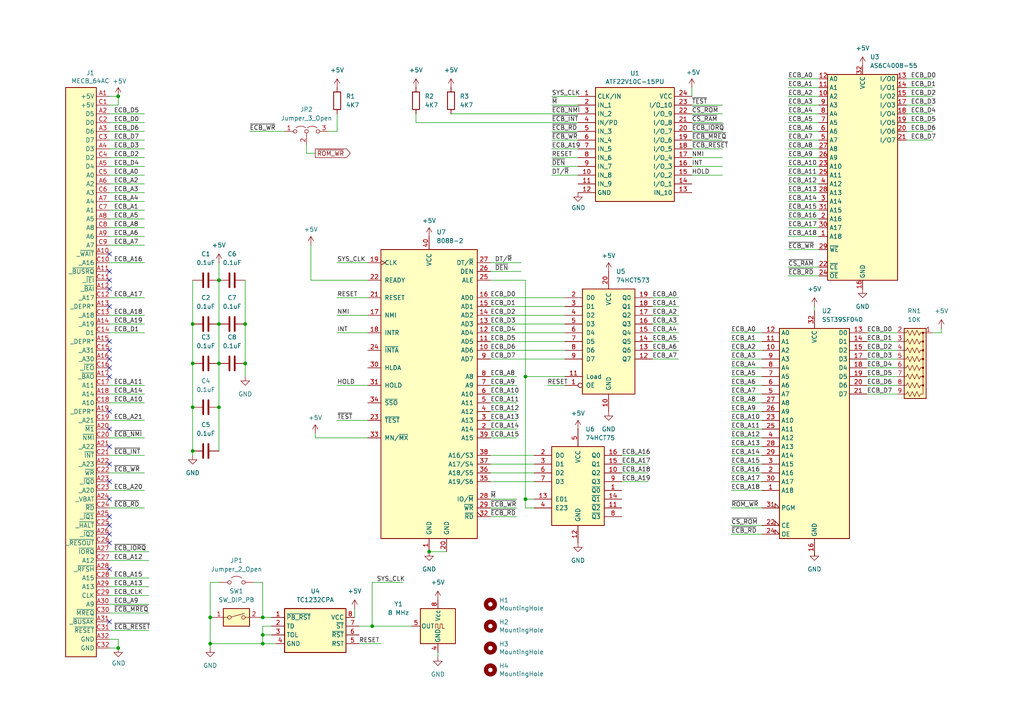
<source format=kicad_sch>
(kicad_sch (version 20250114) (generator "eeschema") (generator_version "9.0")
  (paper "A4")
  (title_block (title "Minimalist Europe Card Bus (MECB) 8088 Board") (date "2025-05") (rev "1.0") (comment 1 "For Minimalist Europe Card Bus (MECB). "))
  (junction (at 124.46 160.02))
  (junction (at 55.88 130.81))
  (junction (at 71.12 105.41))
  (junction (at 63.5 105.41))
  (junction (at 60.96 179.07))
  (junction (at 63.5 93.98))
  (junction (at 152.4 109.22))
  (junction (at 34.29 187.96))
  (junction (at 76.2 186.69))
  (junction (at 76.2 179.07))
  (junction (at 107.95 181.61))
  (junction (at 55.88 105.41))
  (junction (at 63.5 118.11))
  (junction (at 55.88 93.98))
  (junction (at 60.96 186.69))
  (junction (at 71.12 93.98))
  (junction (at 55.88 118.11))
  (junction (at 63.5 81.28))
  (junction (at 76.2 184.15))
  (junction (at 152.4 144.78))
  (junction (at 34.29 27.94))
  (no_connect (at 31.75 78.74))
  (no_connect (at 31.75 88.9))
  (no_connect (at 31.75 165.1))
  (no_connect (at 31.75 180.34))
  (no_connect (at 31.75 73.66))
  (no_connect (at 31.75 139.7))
  (no_connect (at 31.75 124.46))
  (no_connect (at 31.75 83.82))
  (no_connect (at 31.75 134.62))
  (no_connect (at 31.75 152.4))
  (no_connect (at 31.75 109.22))
  (no_connect (at 31.75 101.6))
  (no_connect (at 31.75 154.94))
  (no_connect (at 31.75 149.86))
  (no_connect (at 31.75 104.14))
  (no_connect (at 31.75 157.48))
  (no_connect (at 31.75 129.54))
  (no_connect (at 31.75 106.68))
  (no_connect (at 31.75 119.38))
  (no_connect (at 31.75 144.78))
  (no_connect (at 31.75 99.06))
  (no_connect (at 31.75 81.28))
  (wire (pts (xy 200.66 30.48) (xy 209.55 30.48)))
  (wire (pts (xy 142.24 76.2) (xy 151.13 76.2)))
  (wire (pts (xy 55.88 93.98) (xy 55.88 105.41)))
  (wire (pts (xy 273.05 95.25) (xy 273.05 96.52)))
  (wire (pts (xy 262.89 38.1) (xy 270.51 38.1)))
  (wire (pts (xy 152.4 109.22) (xy 163.83 109.22)))
  (wire (pts (xy 31.75 40.64) (xy 41.91 40.64)))
  (wire (pts (xy 142.24 137.16) (xy 154.94 137.16)))
  (wire (pts (xy 152.4 144.78) (xy 152.4 147.32)))
  (wire (pts (xy 106.68 127) (xy 91.44 127)))
  (wire (pts (xy 91.44 127) (xy 91.44 125.73)))
  (wire (pts (xy 31.75 177.8) (xy 43.18 177.8)))
  (wire (pts (xy 120.65 35.56) (xy 167.64 35.56)))
  (wire (pts (xy 228.6 60.96) (xy 237.49 60.96)))
  (wire (pts (xy 142.24 144.78) (xy 149.86 144.78)))
  (wire (pts (xy 31.75 63.5) (xy 41.91 63.5)))
  (wire (pts (xy 31.75 142.24) (xy 41.91 142.24)))
  (wire (pts (xy 142.24 99.06) (xy 163.83 99.06)))
  (wire (pts (xy 212.09 127) (xy 220.98 127)))
  (wire (pts (xy 189.23 99.06) (xy 196.85 99.06)))
  (wire (pts (xy 124.46 160.02) (xy 129.54 160.02)))
  (wire (pts (xy 31.75 71.12) (xy 41.91 71.12)))
  (wire (pts (xy 71.12 105.41) (xy 71.12 109.22)))
  (wire (pts (xy 78.74 184.15) (xy 76.2 184.15)))
  (wire (pts (xy 31.75 185.42) (xy 34.29 185.42)))
  (wire (pts (xy 262.89 22.86) (xy 270.51 22.86)))
  (wire (pts (xy 120.65 33.02) (xy 120.65 35.56)))
  (wire (pts (xy 180.34 134.62) (xy 187.96 134.62)))
  (wire (pts (xy 31.75 116.84) (xy 41.91 116.84)))
  (wire (pts (xy 251.46 106.68) (xy 260.35 106.68)))
  (wire (pts (xy 212.09 137.16) (xy 220.98 137.16)))
  (wire (pts (xy 31.75 53.34) (xy 41.91 53.34)))
  (wire (pts (xy 200.66 50.8) (xy 209.55 50.8)))
  (wire (pts (xy 31.75 45.72) (xy 41.91 45.72)))
  (wire (pts (xy 104.14 186.69) (xy 110.49 186.69)))
  (wire (pts (xy 63.5 76.2) (xy 63.5 81.28)))
  (wire (pts (xy 228.6 35.56) (xy 237.49 35.56)))
  (wire (pts (xy 142.24 96.52) (xy 163.83 96.52)))
  (wire (pts (xy 228.6 68.58) (xy 237.49 68.58)))
  (wire (pts (xy 31.75 182.88) (xy 43.18 182.88)))
  (wire (pts (xy 31.75 38.1) (xy 41.91 38.1)))
  (wire (pts (xy 31.75 48.26) (xy 41.91 48.26)))
  (wire (pts (xy 228.6 50.8) (xy 237.49 50.8)))
  (wire (pts (xy 142.24 139.7) (xy 154.94 139.7)))
  (wire (pts (xy 31.75 50.8) (xy 41.91 50.8)))
  (wire (pts (xy 31.75 76.2) (xy 41.91 76.2)))
  (wire (pts (xy 209.55 43.18) (xy 200.66 43.18)))
  (wire (pts (xy 88.9 44.45) (xy 91.44 44.45)))
  (wire (pts (xy 71.12 81.28) (xy 71.12 93.98)))
  (wire (pts (xy 212.09 129.54) (xy 220.98 129.54)))
  (wire (pts (xy 262.89 27.94) (xy 270.51 27.94)))
  (wire (pts (xy 228.6 27.94) (xy 237.49 27.94)))
  (wire (pts (xy 31.75 132.08) (xy 41.91 132.08)))
  (wire (pts (xy 31.75 93.98) (xy 41.91 93.98)))
  (wire (pts (xy 142.24 149.86) (xy 149.86 149.86)))
  (wire (pts (xy 142.24 93.98) (xy 163.83 93.98)))
  (wire (pts (xy 107.95 168.91) (xy 116.84 168.91)))
  (wire (pts (xy 212.09 101.6) (xy 220.98 101.6)))
  (wire (pts (xy 31.75 33.02) (xy 41.91 33.02)))
  (wire (pts (xy 31.75 43.18) (xy 41.91 43.18)))
  (wire (pts (xy 97.79 96.52) (xy 106.68 96.52)))
  (wire (pts (xy 31.75 60.96) (xy 41.91 60.96)))
  (wire (pts (xy 31.75 58.42) (xy 41.91 58.42)))
  (wire (pts (xy 262.89 33.02) (xy 270.51 33.02)))
  (wire (pts (xy 97.79 91.44) (xy 106.68 91.44)))
  (wire (pts (xy 76.2 186.69) (xy 80.01 186.69)))
  (wire (pts (xy 160.02 45.72) (xy 167.64 45.72)))
  (wire (pts (xy 228.6 38.1) (xy 237.49 38.1)))
  (wire (pts (xy 63.5 118.11) (xy 63.5 130.81)))
  (wire (pts (xy 73.66 168.91) (xy 76.2 168.91)))
  (wire (pts (xy 200.66 25.4) (xy 200.66 27.94)))
  (wire (pts (xy 251.46 96.52) (xy 260.35 96.52)))
  (wire (pts (xy 31.75 86.36) (xy 41.91 86.36)))
  (wire (pts (xy 142.24 111.76) (xy 149.86 111.76)))
  (wire (pts (xy 31.75 91.44) (xy 41.91 91.44)))
  (wire (pts (xy 228.6 53.34) (xy 237.49 53.34)))
  (wire (pts (xy 142.24 91.44) (xy 163.83 91.44)))
  (wire (pts (xy 152.4 109.22) (xy 152.4 144.78)))
  (wire (pts (xy 76.2 184.15) (xy 76.2 186.69)))
  (wire (pts (xy 31.75 55.88) (xy 41.91 55.88)))
  (wire (pts (xy 95.25 38.1) (xy 97.79 38.1)))
  (wire (pts (xy 142.24 121.92) (xy 149.86 121.92)))
  (wire (pts (xy 31.75 111.76) (xy 41.91 111.76)))
  (wire (pts (xy 142.24 124.46) (xy 149.86 124.46)))
  (wire (pts (xy 76.2 168.91) (xy 76.2 179.07)))
  (wire (pts (xy 31.75 172.72) (xy 43.18 172.72)))
  (wire (pts (xy 31.75 114.3) (xy 41.91 114.3)))
  (wire (pts (xy 228.6 33.02) (xy 237.49 33.02)))
  (wire (pts (xy 228.6 30.48) (xy 237.49 30.48)))
  (wire (pts (xy 127 189.23) (xy 127 190.5)))
  (wire (pts (xy 88.9 41.91) (xy 88.9 44.45)))
  (wire (pts (xy 152.4 81.28) (xy 152.4 109.22)))
  (wire (pts (xy 31.75 68.58) (xy 41.91 68.58)))
  (wire (pts (xy 97.79 86.36) (xy 106.68 86.36)))
  (wire (pts (xy 212.09 134.62) (xy 220.98 134.62)))
  (wire (pts (xy 228.6 48.26) (xy 237.49 48.26)))
  (wire (pts (xy 189.23 86.36) (xy 196.85 86.36)))
  (wire (pts (xy 251.46 101.6) (xy 260.35 101.6)))
  (wire (pts (xy 212.09 121.92) (xy 220.98 121.92)))
  (wire (pts (xy 31.75 137.16) (xy 41.91 137.16)))
  (wire (pts (xy 212.09 142.24) (xy 220.98 142.24)))
  (wire (pts (xy 60.96 186.69) (xy 60.96 187.96)))
  (wire (pts (xy 212.09 124.46) (xy 220.98 124.46)))
  (wire (pts (xy 180.34 137.16) (xy 187.96 137.16)))
  (wire (pts (xy 142.24 88.9) (xy 163.83 88.9)))
  (wire (pts (xy 228.6 63.5) (xy 237.49 63.5)))
  (wire (pts (xy 212.09 116.84) (xy 220.98 116.84)))
  (wire (pts (xy 142.24 78.74) (xy 151.13 78.74)))
  (wire (pts (xy 262.89 40.64) (xy 270.51 40.64)))
  (wire (pts (xy 102.87 176.53) (xy 102.87 179.07)))
  (wire (pts (xy 31.75 35.56) (xy 41.91 35.56)))
  (wire (pts (xy 200.66 45.72) (xy 209.55 45.72)))
  (wire (pts (xy 160.02 27.94) (xy 167.64 27.94)))
  (wire (pts (xy 180.34 132.08) (xy 187.96 132.08)))
  (wire (pts (xy 200.66 38.1) (xy 209.55 38.1)))
  (wire (pts (xy 55.88 105.41) (xy 55.88 118.11)))
  (wire (pts (xy 200.66 40.64) (xy 209.55 40.64)))
  (wire (pts (xy 76.2 181.61) (xy 76.2 184.15)))
  (wire (pts (xy 31.75 167.64) (xy 43.18 167.64)))
  (wire (pts (xy 55.88 118.11) (xy 55.88 130.81)))
  (wire (pts (xy 212.09 106.68) (xy 220.98 106.68)))
  (wire (pts (xy 31.75 96.52) (xy 41.91 96.52)))
  (wire (pts (xy 142.24 109.22) (xy 149.86 109.22)))
  (wire (pts (xy 180.34 139.7) (xy 187.96 139.7)))
  (wire (pts (xy 228.6 66.04) (xy 237.49 66.04)))
  (wire (pts (xy 142.24 127) (xy 149.86 127)))
  (wire (pts (xy 130.81 33.02) (xy 167.64 33.02)))
  (wire (pts (xy 90.17 81.28) (xy 90.17 71.12)))
  (wire (pts (xy 228.6 22.86) (xy 237.49 22.86)))
  (wire (pts (xy 76.2 179.07) (xy 78.74 179.07)))
  (wire (pts (xy 31.75 147.32) (xy 41.91 147.32)))
  (wire (pts (xy 107.95 181.61) (xy 119.38 181.61)))
  (wire (pts (xy 107.95 168.91) (xy 107.95 181.61)))
  (wire (pts (xy 160.02 40.64) (xy 167.64 40.64)))
  (wire (pts (xy 60.96 186.69) (xy 76.2 186.69)))
  (wire (pts (xy 34.29 30.48) (xy 34.29 27.94)))
  (wire (pts (xy 31.75 30.48) (xy 34.29 30.48)))
  (wire (pts (xy 72.39 38.1) (xy 82.55 38.1)))
  (wire (pts (xy 142.24 119.38) (xy 149.86 119.38)))
  (wire (pts (xy 97.79 121.92) (xy 106.68 121.92)))
  (wire (pts (xy 97.79 111.76) (xy 106.68 111.76)))
  (wire (pts (xy 200.66 33.02) (xy 209.55 33.02)))
  (wire (pts (xy 228.6 80.01) (xy 237.49 80.01)))
  (wire (pts (xy 160.02 30.48) (xy 167.64 30.48)))
  (wire (pts (xy 212.09 109.22) (xy 220.98 109.22)))
  (wire (pts (xy 228.6 72.39) (xy 237.49 72.39)))
  (wire (pts (xy 262.89 25.4) (xy 270.51 25.4)))
  (wire (pts (xy 228.6 25.4) (xy 237.49 25.4)))
  (wire (pts (xy 251.46 104.14) (xy 260.35 104.14)))
  (wire (pts (xy 31.75 127) (xy 41.91 127)))
  (wire (pts (xy 212.09 119.38) (xy 220.98 119.38)))
  (wire (pts (xy 228.6 45.72) (xy 237.49 45.72)))
  (wire (pts (xy 34.29 185.42) (xy 34.29 187.96)))
  (wire (pts (xy 160.02 38.1) (xy 167.64 38.1)))
  (wire (pts (xy 63.5 93.98) (xy 63.5 105.41)))
  (wire (pts (xy 63.5 105.41) (xy 63.5 118.11)))
  (wire (pts (xy 212.09 152.4) (xy 220.98 152.4)))
  (wire (pts (xy 142.24 86.36) (xy 163.83 86.36)))
  (wire (pts (xy 212.09 99.06) (xy 220.98 99.06)))
  (wire (pts (xy 228.6 55.88) (xy 237.49 55.88)))
  (wire (pts (xy 142.24 134.62) (xy 154.94 134.62)))
  (wire (pts (xy 228.6 40.64) (xy 237.49 40.64)))
  (wire (pts (xy 142.24 81.28) (xy 152.4 81.28)))
  (wire (pts (xy 31.75 170.18) (xy 43.18 170.18)))
  (wire (pts (xy 200.66 35.56) (xy 209.55 35.56)))
  (wire (pts (xy 63.5 81.28) (xy 63.5 93.98)))
  (wire (pts (xy 158.75 111.76) (xy 163.83 111.76)))
  (wire (pts (xy 212.09 139.7) (xy 220.98 139.7)))
  (wire (pts (xy 104.14 181.61) (xy 107.95 181.61)))
  (wire (pts (xy 189.23 104.14) (xy 196.85 104.14)))
  (wire (pts (xy 236.22 90.17) (xy 236.22 88.9)))
  (wire (pts (xy 160.02 50.8) (xy 167.64 50.8)))
  (wire (pts (xy 273.05 96.52) (xy 270.51 96.52)))
  (wire (pts (xy 97.79 33.02) (xy 97.79 38.1)))
  (wire (pts (xy 31.75 187.96) (xy 34.29 187.96)))
  (wire (pts (xy 189.23 93.98) (xy 196.85 93.98)))
  (wire (pts (xy 251.46 109.22) (xy 260.35 109.22)))
  (wire (pts (xy 142.24 147.32) (xy 149.86 147.32)))
  (wire (pts (xy 212.09 96.52) (xy 220.98 96.52)))
  (wire (pts (xy 212.09 154.94) (xy 220.98 154.94)))
  (wire (pts (xy 31.75 162.56) (xy 43.18 162.56)))
  (wire (pts (xy 236.22 160.02) (xy 236.22 161.29)))
  (wire (pts (xy 60.96 179.07) (xy 60.96 186.69)))
  (wire (pts (xy 212.09 111.76) (xy 220.98 111.76)))
  (wire (pts (xy 189.23 88.9) (xy 196.85 88.9)))
  (wire (pts (xy 228.6 77.47) (xy 237.49 77.47)))
  (wire (pts (xy 78.74 181.61) (xy 76.2 181.61)))
  (wire (pts (xy 212.09 147.32) (xy 220.98 147.32)))
  (wire (pts (xy 189.23 101.6) (xy 196.85 101.6)))
  (wire (pts (xy 160.02 43.18) (xy 167.64 43.18)))
  (wire (pts (xy 212.09 114.3) (xy 220.98 114.3)))
  (wire (pts (xy 152.4 144.78) (xy 154.94 144.78)))
  (wire (pts (xy 212.09 132.08) (xy 220.98 132.08)))
  (wire (pts (xy 189.23 96.52) (xy 196.85 96.52)))
  (wire (pts (xy 142.24 132.08) (xy 154.94 132.08)))
  (wire (pts (xy 63.5 168.91) (xy 60.96 168.91)))
  (wire (pts (xy 71.12 93.98) (xy 71.12 105.41)))
  (wire (pts (xy 262.89 30.48) (xy 270.51 30.48)))
  (wire (pts (xy 142.24 114.3) (xy 149.86 114.3)))
  (wire (pts (xy 31.75 121.92) (xy 41.91 121.92)))
  (wire (pts (xy 212.09 104.14) (xy 220.98 104.14)))
  (wire (pts (xy 31.75 160.02) (xy 43.18 160.02)))
  (wire (pts (xy 106.68 81.28) (xy 90.17 81.28)))
  (wire (pts (xy 97.79 76.2) (xy 106.68 76.2)))
  (wire (pts (xy 31.75 175.26) (xy 43.18 175.26)))
  (wire (pts (xy 251.46 114.3) (xy 260.35 114.3)))
  (wire (pts (xy 189.23 91.44) (xy 196.85 91.44)))
  (wire (pts (xy 251.46 111.76) (xy 260.35 111.76)))
  (wire (pts (xy 152.4 147.32) (xy 154.94 147.32)))
  (wire (pts (xy 55.88 81.28) (xy 55.88 93.98)))
  (wire (pts (xy 142.24 104.14) (xy 163.83 104.14)))
  (wire (pts (xy 251.46 99.06) (xy 260.35 99.06)))
  (wire (pts (xy 31.75 66.04) (xy 41.91 66.04)))
  (wire (pts (xy 228.6 58.42) (xy 237.49 58.42)))
  (wire (pts (xy 142.24 101.6) (xy 163.83 101.6)))
  (wire (pts (xy 60.96 168.91) (xy 60.96 179.07)))
  (wire (pts (xy 142.24 116.84) (xy 149.86 116.84)))
  (wire (pts (xy 55.88 130.81) (xy 55.88 132.08)))
  (wire (pts (xy 200.66 48.26) (xy 209.55 48.26)))
  (wire (pts (xy 228.6 43.18) (xy 237.49 43.18)))
  (wire (pts (xy 160.02 48.26) (xy 167.64 48.26)))
  (wire (pts (xy 31.75 27.94) (xy 34.29 27.94)))
  (wire (pts (xy 262.89 35.56) (xy 270.51 35.56)))
  (label "~{ECB_INT}" (at 33.02 132.08 0))
  (label "ECB_A6" (at 212.09 111.76 0))
  (label "ECB_A11" (at 228.6 50.8 0))
  (label "ECB_D3" (at 251.46 104.14 0))
  (label "~{ECB_IORQ}" (at 200.66 38.1 0))
  (label "DT{slash}~{R}" (at 143.51 76.2 0))
  (label "ECB_A4" (at 228.6 33.02 0))
  (label "ECB_D5" (at 264.16 35.56 0))
  (label "ECB_A2" (at 189.23 91.44 0))
  (label "ECB_A15" (at 33.02 167.64 0))
  (label "ECB_D5" (at 142.24 99.06 0))
  (label "ECB_A3" (at 212.09 104.14 0))
  (label "ECB_D1" (at 251.46 99.06 0))
  (label "~{ECB_WR}" (at 72.39 38.1 0))
  (label "ECB_D1" (at 142.24 88.9 0))
  (label "ECB_D6" (at 264.16 38.1 0))
  (label "ECB_A9" (at 228.6 45.72 0))
  (label "ECB_A16" (at 212.09 137.16 0))
  (label "SYS_CLK" (at 109.22 168.91 0))
  (label "ECB_A18" (at 33.02 91.44 0))
  (label "ECB_D4" (at 142.24 96.52 0))
  (label "ECB_A3" (at 228.6 30.48 0))
  (label "ECB_D0" (at 264.16 22.86 0))
  (label "ECB_D5" (at 251.46 109.22 0))
  (label "~{CS_ROM}" (at 212.09 152.4 0))
  (label "ECB_A9" (at 142.24 111.76 0))
  (label "ECB_A11" (at 212.09 124.46 0))
  (label "~{DEN}" (at 143.51 78.74 0))
  (label "ECB_A6" (at 189.23 101.6 0))
  (label "ECB_A5" (at 212.09 109.22 0))
  (label "ECB_D0" (at 142.24 86.36 0))
  (label "~{ECB_RD}" (at 142.24 149.86 0))
  (label "ECB_D7" (at 264.16 40.64 0))
  (label "RESET" (at 104.14 186.69 0))
  (label "ECB_D3" (at 33.02 43.18 0))
  (label "ECB_A14" (at 228.6 58.42 0))
  (label "ECB_A12" (at 33.02 162.56 0))
  (label "~{ECB_WR}" (at 228.6 72.39 0))
  (label "ECB_A4" (at 212.09 106.68 0))
  (label "ECB_D3" (at 264.16 30.48 0))
  (label "ECB_A0" (at 189.23 86.36 0))
  (label "ECB_A16" (at 180.34 132.08 0))
  (label "~{ECB_WR}" (at 142.24 147.32 0))
  (label "ECB_A10" (at 142.24 114.3 0))
  (label "ECB_A1" (at 189.23 88.9 0))
  (label "ECB_A7" (at 212.09 114.3 0))
  (label "HOLD" (at 97.79 111.76 0))
  (label "ECB_A1" (at 212.09 99.06 0))
  (label "ECB_A15" (at 228.6 60.96 0))
  (label "ECB_A2" (at 212.09 101.6 0))
  (label "ECB_D0" (at 33.02 35.56 0))
  (label "ECB_A18" (at 212.09 142.24 0))
  (label "ECB_A1" (at 228.6 25.4 0))
  (label "~{ROM_WR}" (at 212.09 147.32 0))
  (label "ECB_CLK" (at 33.02 172.72 0))
  (label "ECB_A0" (at 33.02 50.8 0))
  (label "ECB_A9" (at 212.09 119.38 0))
  (label "ECB_A11" (at 142.24 116.84 0))
  (label "ECB_A7" (at 228.6 40.64 0))
  (label "ECB_A13" (at 142.24 121.92 0))
  (label "ECB_A12" (at 142.24 119.38 0))
  (label "ECB_D7" (at 33.02 40.64 0))
  (label "~{ECB_WR}" (at 33.02 137.16 0))
  (label "ECB_A17" (at 33.02 86.36 0))
  (label "~{ECB_IORQ}" (at 33.02 160.02 0))
  (label "ECB_D6" (at 33.02 38.1 0))
  (label "ECB_A18" (at 180.34 137.16 0))
  (label "NMI" (at 200.66 45.72 0))
  (label "INT" (at 97.79 96.52 0))
  (label "ECB_A6" (at 33.02 68.58 0))
  (label "ECB_D5" (at 33.02 33.02 0))
  (label "~{ECB_RESET}" (at 33.02 182.88 0))
  (label "ECB_A17" (at 228.6 66.04 0))
  (label "~{ECB_INT}" (at 160.02 35.56 0))
  (label "ECB_A0" (at 212.09 96.52 0))
  (label "ECB_D0" (at 251.46 96.52 0))
  (label "ECB_A14" (at 212.09 132.08 0))
  (label "ECB_D7" (at 142.24 104.14 0))
  (label "~{DEN}" (at 160.02 48.26 0))
  (label "ECB_A11" (at 33.02 111.76 0))
  (label "ECB_D4" (at 251.46 106.68 0))
  (label "SYS_CLK" (at 160.02 27.94 0))
  (label "ECB_A10" (at 228.6 48.26 0))
  (label "ECB_A19" (at 160.02 43.18 0))
  (label "ECB_A4" (at 33.02 58.42 0))
  (label "ECB_A17" (at 212.09 139.7 0))
  (label "ECB_D3" (at 142.24 93.98 0))
  (label "RESET" (at 160.02 45.72 0))
  (label "ECB_A17" (at 180.34 134.62 0))
  (label "ECB_A2" (at 228.6 27.94 0))
  (label "~{CS_ROM}" (at 200.66 33.02 0))
  (label "ECB_A3" (at 33.02 55.88 0))
  (label "ECB_A2" (at 33.02 53.34 0))
  (label "ECB_A10" (at 33.02 116.84 0))
  (label "ECB_A18" (at 228.6 68.58 0))
  (label "ECB_A20" (at 33.02 142.24 0))
  (label "RESET" (at 158.75 111.76 0))
  (label "ECB_A13" (at 228.6 55.88 0))
  (label "~{ECB_RD}" (at 160.02 38.1 0))
  (label "ECB_A5" (at 33.02 63.5 0))
  (label "ECB_A5" (at 228.6 35.56 0))
  (label "~{TEST}" (at 200.66 30.48 0))
  (label "ECB_A16" (at 33.02 76.2 0))
  (label "ECB_A16" (at 228.6 63.5 0))
  (label "~{TEST}" (at 97.79 121.92 0))
  (label "ECB_D2" (at 264.16 27.94 0))
  (label "~{ECB_RD}" (at 228.6 80.01 0))
  (label "ECB_A8" (at 142.24 109.22 0))
  (label "~{M}" (at 142.24 144.78 0))
  (label "ECB_D4" (at 33.02 48.26 0))
  (label "ECB_A19" (at 180.34 139.7 0))
  (label "ECB_A6" (at 228.6 38.1 0))
  (label "INT" (at 200.66 48.26 0))
  (label "~{ECB_RD}" (at 33.02 147.32 0))
  (label "ECB_A8" (at 33.02 66.04 0))
  (label "ECB_A15" (at 142.24 127 0))
  (label "ECB_A8" (at 212.09 116.84 0))
  (label "ECB_A10" (at 212.09 121.92 0))
  (label "ECB_D1" (at 33.02 96.52 0))
  (label "ECB_D1" (at 264.16 25.4 0))
  (label "ECB_A12" (at 228.6 53.34 0))
  (label "ECB_A8" (at 228.6 43.18 0))
  (label "SYS_CLK" (at 97.79 76.2 0))
  (label "ECB_A9" (at 33.02 175.26 0))
  (label "ECB_D4" (at 264.16 33.02 0))
  (label "~{ECB_NMI}" (at 33.02 127 0))
  (label "ECB_A13" (at 33.02 170.18 0))
  (label "~{ECB_RESET}" (at 200.66 43.18 0))
  (label "~{ECB_WR}" (at 160.02 40.64 0))
  (label "ECB_A7" (at 33.02 71.12 0))
  (label "ECB_D2" (at 33.02 45.72 0))
  (label "ECB_A15" (at 212.09 134.62 0))
  (label "ECB_A4" (at 189.23 96.52 0))
  (label "ECB_A5" (at 189.23 99.06 0))
  (label "ECB_A12" (at 212.09 127 0))
  (label "NMI" (at 97.79 91.44 0))
  (label "ECB_D6" (at 251.46 111.76 0))
  (label "ECB_A19" (at 33.02 93.98 0))
  (label "ECB_A0" (at 228.6 22.86 0))
  (label "~{M}" (at 160.02 30.48 0))
  (label "~{ECB_RD}" (at 212.09 154.94 0))
  (label "ECB_D6" (at 142.24 101.6 0))
  (label "ECB_A14" (at 142.24 124.46 0))
  (label "ECB_A7" (at 189.23 104.14 0))
  (label "ECB_A3" (at 189.23 93.98 0))
  (label "ECB_D2" (at 251.46 101.6 0))
  (label "ECB_D2" (at 142.24 91.44 0))
  (label "HOLD" (at 200.66 50.8 0))
  (label "DT{slash}~{R}" (at 160.02 50.8 0))
  (label "ECB_D7" (at 251.46 114.3 0))
  (label "~{ECB_MREQ}" (at 200.66 40.64 0))
  (label "~{ECB_NMI}" (at 160.02 33.02 0))
  (label "ECB_A14" (at 33.02 114.3 0))
  (label "~{CS_RAM}" (at 228.6 77.47 0))
  (label "ECB_A21" (at 33.02 121.92 0))
  (label "ECB_A13" (at 212.09 129.54 0))
  (label "~{CS_RAM}" (at 200.66 35.56 0))
  (label "ECB_A1" (at 33.02 60.96 0))
  (label "RESET" (at 97.79 86.36 0))
  (label "~{ECB_MREQ}" (at 33.02 177.8 0))
  (global_label "~{ROM_WR}" (shape output) (at 91.44 44.45 0) (property "Intersheetrefs" "${INTERSHEET_REFS}" (effects (hide yes))))
  (symbol (lib_id "Mechanical:MountingHole") (at 142.24 187.96 0) (unit 1)
    (property "Reference" "H3" (at 144.78 186.7916 0) (effects (justify left)))
    (property "Value" "MountingHole" (at 144.78 189.103 0) (effects (justify left)))
    (property "Footprint" "MountingHole:MountingHole_3.2mm_M3" (effects (hide yes)))
  )
  (symbol (lib_id "Mechanical:MountingHole") (at 142.24 194.31 0) (unit 1)
    (property "Reference" "H4" (at 144.78 193.1416 0) (effects (justify left)))
    (property "Value" "MountingHole" (at 144.78 195.453 0) (effects (justify left)))
    (property "Footprint" "MountingHole:MountingHole_3.2mm_M3" (effects (hide yes)))
  )
  (symbol (lib_id "Mechanical:MountingHole") (at 142.24 175.26 0) (unit 1)
    (property "Reference" "H1" (at 144.78 174.0916 0) (effects (justify left)))
    (property "Value" "MountingHole" (at 144.78 176.403 0) (effects (justify left)))
    (property "Footprint" "MountingHole:MountingHole_3.2mm_M3" (effects (hide yes)))
  )
  (symbol (lib_id "Mechanical:MountingHole") (at 142.24 181.61 0) (unit 1)
    (property "Reference" "H2" (at 144.78 180.4416 0) (effects (justify left)))
    (property "Value" "MountingHole" (at 144.78 182.753 0) (effects (justify left)))
    (property "Footprint" "MountingHole:MountingHole_3.2mm_M3" (effects (hide yes)))
  )
  (symbol (lib_id "power:GND") (at 236.22 160.02 0) (unit 1)
    (property "Reference" "#PWR013" (effects (hide yes)))
    (property "Value" "GND" (at 236.22 165.1 0))
    (property "Description" "Power symbol creates a global label with name \"GND\" , ground" (effects (hide yes)))
  )
  (symbol (lib_id "Jumper:Jumper_2_Open") (at 68.58 168.91 0) (unit 1)
    (property "Reference" "JP1" (at 68.58 162.56 0))
    (property "Value" "Jumper_2_Open" (at 68.58 165.1 0))
    (property "Footprint" "Connector_PinHeader_2.54mm:PinHeader_1x02_P2.54mm_Vertical" (effects (hide yes)))
    (property "Description" "Jumper, 2-pole, open" (effects (hide yes)))
  )
  (symbol (lib_id "Device:R") (at 130.81 29.21 0) (unit 1)
    (property "Reference" "R3" (at 133.35 27.9399 0) (effects (justify left)))
    (property "Value" "4K7" (at 133.35 30.4799 0) (effects (justify left)))
    (property "Footprint" "Resistor_THT:R_Axial_DIN0309_L9.0mm_D3.2mm_P12.70mm_Horizontal" (effects (hide yes)))
    (property "Description" "Resistor" (effects (hide yes)))
  )
  (symbol (lib_id "Device:C") (at 59.69 93.98 90) (unit 1)
    (property "Reference" "C2" (at 59.69 86.36 90))
    (property "Value" "0.1uF" (at 59.69 88.9 90))
    (property "Footprint" "Capacitor_THT:C_Disc_D5.0mm_W2.5mm_P5.00mm" (effects (hide yes)))
    (property "Description" "Unpolarized capacitor" (effects (hide yes)))
  )
  (symbol (lib_id "power:GND") (at 124.46 160.02 0) (unit 1)
    (property "Reference" "#PWR014" (effects (hide yes)))
    (property "Value" "GND" (at 124.46 165.1 0))
    (property "Description" "Power symbol creates a global label with name \"GND\" , ground" (effects (hide yes)))
  )
  (symbol (lib_name "+5V_1") (lib_id "power:+5V") (at 130.81 25.4 0) (unit 1)
    (property "Reference" "#PWR026" (effects (hide yes)))
    (property "Value" "+5V" (at 130.81 20.32 0))
    (property "Description" "Power symbol creates a global label with name \"+5V\"" (effects (hide yes)))
  )
  (symbol (lib_id "Device:C") (at 67.31 105.41 90) (unit 1)
    (property "Reference" "C8" (at 67.31 97.79 90))
    (property "Value" "0.1uF" (at 67.31 100.33 90))
    (property "Footprint" "Capacitor_THT:C_Disc_D5.0mm_W2.5mm_P5.00mm" (effects (hide yes)))
    (property "Description" "Unpolarized capacitor" (effects (hide yes)))
  )
  (symbol (lib_id "Device:R") (at 120.65 29.21 0) (unit 1)
    (property "Reference" "R2" (at 123.19 27.9399 0) (effects (justify left)))
    (property "Value" "4K7" (at 123.19 30.4799 0) (effects (justify left)))
    (property "Footprint" "Resistor_THT:R_Axial_DIN0309_L9.0mm_D3.2mm_P12.70mm_Horizontal" (effects (hide yes)))
    (property "Description" "Resistor" (effects (hide yes)))
  )
  (symbol (lib_name "+5V_1") (lib_id "power:+5V") (at 63.5 76.2 0) (unit 1)
    (property "Reference" "#PWR06" (effects (hide yes)))
    (property "Value" "+5V" (at 63.5 71.12 0))
    (property "Description" "Power symbol creates a global label with name \"+5V\"" (effects (hide yes)))
  )
  (symbol (lib_id "power:GND") (at 167.64 55.88 0) (unit 1)
    (property "Reference" "#PWR07" (effects (hide yes)))
    (property "Value" "GND" (at 167.767 60.2742 0))
  )
  (symbol (lib_id "Custom:AS6C4008-55") (at 250.19 43.18 0) (unit 1)
    (property "Reference" "U3" (at 252.3333 16.51 0) (effects (justify left)))
    (property "Value" "AS6C4008-55" (at 252.3333 19.05 0) (effects (justify left)))
    (property "Footprint" "Package_DIP:DIP-32_W15.24mm_Socket_LongPads" (effects (hide yes)))
    (property "Datasheet" "https://www.silicon-ark.co.uk/datasheets/hm628128-datasheet-hitachi.pdf" (effects (hide yes)))
    (property "Description" "128K-word x 8-bit High-Speed CMOS Static RAM, 70/85/100/120ns, 5V supply, DIP-32/SOP-32" (effects (hide yes)))
  )
  (symbol (lib_id "Custom:TC1232CPA") (at 91.44 184.15 0) (unit 1)
    (property "Reference" "U4" (at 91.44 171.45 0))
    (property "Value" "TC1232CPA" (at 91.44 173.99 0))
    (property "Footprint" "Package_DIP:DIP-8_W7.62mm_Socket_LongPads" (effects (hide yes)))
    (property "Datasheet" "https://ww1.microchip.com/downloads/en/DeviceDoc/20001370E.pdf" (effects (hide yes)))
    (property "Description" "Microprocessor monitor" (effects (hide yes)))
  )
  (symbol (lib_id "Memory_Flash:SST39SF040") (at 236.22 127 0) (unit 1)
    (property "Reference" "U2" (at 238.3633 90.17 0) (effects (justify left)))
    (property "Value" "SST39SF040" (at 238.3633 92.71 0) (effects (justify left)))
    (property "Footprint" "Package_DIP:DIP-32_W15.24mm_Socket_LongPads" (effects (hide yes)))
    (property "Datasheet" "http://ww1.microchip.com/downloads/en/DeviceDoc/25022B.pdf" (effects (hide yes)))
    (property "Description" "Silicon Storage Technology (SSF) 512k x 8 Flash ROM" (effects (hide yes)))
  )
  (symbol (lib_id "74xx:74LS75") (at 167.64 139.7 0) (unit 1)
    (property "Reference" "U6" (at 169.7833 124.46 0) (effects (justify left)))
    (property "Value" "74HCT75" (at 169.7833 127 0) (effects (justify left)))
    (property "Footprint" "Package_DIP:DIP-16_W7.62mm_Socket_LongPads" (effects (hide yes)))
    (property "Datasheet" "http://www.ti.com/lit/gpn/sn74LS75" (effects (hide yes)))
    (property "Description" "4-bit Latch" (effects (hide yes)))
  )
  (symbol (lib_id "Device:C") (at 59.69 105.41 90) (unit 1)
    (property "Reference" "C3" (at 59.69 97.79 90))
    (property "Value" "0.1uF" (at 59.69 100.33 90))
    (property "Footprint" "Capacitor_THT:C_Disc_D5.0mm_W2.5mm_P5.00mm" (effects (hide yes)))
    (property "Description" "Unpolarized capacitor" (effects (hide yes)))
  )
  (symbol (lib_id "MyCustomSymbolLibrary:MECB_64AC") (at 24.13 109.22 0) (mirror y) (unit 1)
    (property "Reference" "J1" (at 26.2128 21.1582 0))
    (property "Value" "MECB_64AC" (at 26.2128 23.4696 0))
    (property "Footprint" "MyCustomFootprintLibrary:DIN41612_C_2x32_C64AC_Male_Horizontal_THT" (effects (hide yes)))
  )
  (symbol (lib_id "power:GND") (at 60.96 187.96 0) (unit 1)
    (property "Reference" "#PWR03" (effects (hide yes)))
    (property "Value" "GND" (at 60.96 193.04 0))
    (property "Description" "Power symbol creates a global label with name \"GND\" , ground" (effects (hide yes)))
  )
  (symbol (lib_id "Custom:SW_DIP_PB") (at 68.58 181.61 0) (unit 1)
    (property "Reference" "SW1" (at 68.58 171.45 0))
    (property "Value" "SW_DIP_PB" (at 68.58 173.99 0))
    (property "Footprint" "Button_Switch_THT:SW_Tactile_Straight_KSA0Axx1LFTR" (effects (hide yes)))
    (property "Description" "3x DIP Switch, Single Pole Single Throw (SPST) switch, small symbol" (effects (hide yes)))
  )
  (symbol (lib_id "power:GND") (at 176.53 119.38 0) (unit 1)
    (property "Reference" "#PWR024" (effects (hide yes)))
    (property "Value" "GND" (at 176.53 124.46 0))
    (property "Description" "Power symbol creates a global label with name \"GND\" , ground" (effects (hide yes)))
  )
  (symbol (lib_name "+5V_1") (lib_id "power:+5V") (at 176.53 78.74 0) (unit 1)
    (property "Reference" "#PWR012" (effects (hide yes)))
    (property "Value" "+5V" (at 176.53 74.168 0))
    (property "Description" "Power symbol creates a global label with name \"+5V\"" (effects (hide yes)))
  )
  (symbol (lib_name "+5V_1") (lib_id "power:+5V") (at 127 173.99 0) (unit 1)
    (property "Reference" "#PWR05" (effects (hide yes)))
    (property "Value" "+5V" (at 127 168.91 0))
    (property "Description" "Power symbol creates a global label with name \"+5V\"" (effects (hide yes)))
  )
  (symbol (lib_id "Device:R_Network08_US") (at 265.43 106.68 270) (unit 1)
    (property "Reference" "RN1" (at 265.176 90.17 90))
    (property "Value" "10K" (at 265.176 92.71 90))
    (property "Footprint" "Resistor_THT:R_Array_SIP9" (effects (hide yes)))
    (property "Datasheet" "http://www.vishay.com/docs/31509/csc.pdf" (effects (hide yes)))
    (property "Description" "8 resistor network, star topology, bussed resistors, small US symbol" (effects (hide yes)))
  )
  (symbol (lib_id "power:+5V") (at 200.66 25.4 0) (unit 1)
    (property "Reference" "#PWR08" (effects (hide yes)))
    (property "Value" "+5V" (at 201.041 21.0058 0))
  )
  (symbol (lib_id "Device:C") (at 67.31 81.28 90) (unit 1)
    (property "Reference" "C6" (at 67.31 73.66 90))
    (property "Value" "0.1uF" (at 67.31 76.2 90))
    (property "Footprint" "Capacitor_THT:C_Disc_D5.0mm_W2.5mm_P5.00mm" (effects (hide yes)))
    (property "Description" "Unpolarized capacitor" (effects (hide yes)))
  )
  (symbol (lib_name "+5V_1") (lib_id "power:+5V") (at 120.65 25.4 0) (unit 1)
    (property "Reference" "#PWR021" (effects (hide yes)))
    (property "Value" "+5V" (at 120.65 20.32 0))
    (property "Description" "Power symbol creates a global label with name \"+5V\"" (effects (hide yes)))
  )
  (symbol (lib_name "+5V_1") (lib_id "power:+5V") (at 273.05 95.25 0) (unit 1)
    (property "Reference" "#PWR027" (effects (hide yes)))
    (property "Value" "+5V" (at 273.05 90.17 0))
    (property "Description" "Power symbol creates a global label with name \"+5V\"" (effects (hide yes)))
  )
  (symbol (lib_id "power:GND") (at 55.88 132.08 0) (unit 1)
    (property "Reference" "#PWR09" (effects (hide yes)))
    (property "Value" "GND" (at 55.88 137.16 0))
    (property "Description" "Power symbol creates a global label with name \"GND\" , ground" (effects (hide yes)))
  )
  (symbol (lib_id "Device:R") (at 97.79 29.21 0) (unit 1)
    (property "Reference" "R1" (at 100.33 27.9399 0) (effects (justify left)))
    (property "Value" "4K7" (at 100.33 30.4799 0) (effects (justify left)))
    (property "Footprint" "Resistor_THT:R_Axial_DIN0309_L9.0mm_D3.2mm_P12.70mm_Horizontal" (effects (hide yes)))
    (property "Description" "Resistor" (effects (hide yes)))
  )
  (symbol (lib_name "+5V_1") (lib_id "power:+5V") (at 91.44 125.73 0) (unit 1)
    (property "Reference" "#PWR010" (effects (hide yes)))
    (property "Value" "+5V" (at 91.44 121.158 0))
    (property "Description" "Power symbol creates a global label with name \"+5V\"" (effects (hide yes)))
  )
  (symbol (lib_name "+5V_1") (lib_id "power:+5V") (at 167.64 124.46 0) (unit 1)
    (property "Reference" "#PWR020" (effects (hide yes)))
    (property "Value" "+5V" (at 167.64 119.888 0))
    (property "Description" "Power symbol creates a global label with name \"+5V\"" (effects (hide yes)))
  )
  (symbol (lib_name "+5V_1") (lib_id "power:+5V") (at 124.46 68.58 0) (unit 1)
    (property "Reference" "#PWR019" (effects (hide yes)))
    (property "Value" "+5V" (at 124.46 64.008 0))
    (property "Description" "Power symbol creates a global label with name \"+5V\"" (effects (hide yes)))
  )
  (symbol (lib_id "Device:C") (at 59.69 118.11 90) (unit 1)
    (property "Reference" "C4" (at 59.69 110.49 90))
    (property "Value" "0.1uF" (at 59.69 113.03 90))
    (property "Footprint" "Capacitor_THT:C_Disc_D5.0mm_W2.5mm_P5.00mm" (effects (hide yes)))
    (property "Description" "Unpolarized capacitor" (effects (hide yes)))
  )
  (symbol (lib_name "+5V_1") (lib_id "power:+5V") (at 90.17 71.12 0) (unit 1)
    (property "Reference" "#PWR025" (effects (hide yes)))
    (property "Value" "+5V" (at 90.17 66.548 0))
    (property "Description" "Power symbol creates a global label with name \"+5V\"" (effects (hide yes)))
  )
  (symbol (lib_id "power:GND") (at 250.19 83.82 0) (unit 1)
    (property "Reference" "#PWR018" (effects (hide yes)))
    (property "Value" "GND" (at 250.19 88.9 0))
    (property "Description" "Power symbol creates a global label with name \"GND\" , ground" (effects (hide yes)))
  )
  (symbol (lib_id "power:+5V") (at 34.29 27.94 0) (unit 1)
    (property "Reference" "#PWR01" (effects (hide yes)))
    (property "Value" "+5V" (at 34.671 23.5458 0))
  )
  (symbol (lib_id "power:GND") (at 127 190.5 0) (unit 1)
    (property "Reference" "#PWR011" (effects (hide yes)))
    (property "Value" "GND" (at 127 195.58 0))
    (property "Description" "Power symbol creates a global label with name \"GND\" , ground" (effects (hide yes)))
  )
  (symbol (lib_name "+5V_1") (lib_id "power:+5V") (at 102.87 176.53 0) (unit 1)
    (property "Reference" "#PWR04" (effects (hide yes)))
    (property "Value" "+5V" (at 102.87 171.45 0))
    (property "Description" "Power symbol creates a global label with name \"+5V\"" (effects (hide yes)))
  )
  (symbol (lib_name "+5V_1") (lib_id "power:+5V") (at 236.22 88.9 0) (unit 1)
    (property "Reference" "#PWR016" (effects (hide yes)))
    (property "Value" "+5V" (at 236.22 83.82 0))
    (property "Description" "Power symbol creates a global label with name \"+5V\"" (effects (hide yes)))
  )
  (symbol (lib_id "Oscillator:CXO_DIP8") (at 127 181.61 0) (mirror y) (unit 1)
    (property "Reference" "Y1" (at 115.57 175.1898 0))
    (property "Value" "8 MHz" (at 115.57 177.7298 0))
    (property "Footprint" "Package_DIP:DIP-4-8_W7.62mm_Socket_LongPads" (effects (hide yes)))
    (property "Datasheet" "http://cdn-reichelt.de/documents/datenblatt/B400/OSZI.pdf" (effects (hide yes)))
    (property "Description" "Crystal Clock Oscillator, DIP8-style metal package" (effects (hide yes)))
  )
  (symbol (lib_id "power:GND") (at 34.29 187.96 0) (unit 1)
    (property "Reference" "#PWR02" (effects (hide yes)))
    (property "Value" "GND" (at 34.417 192.3542 0))
  )
  (symbol (lib_id "Device:C") (at 59.69 81.28 90) (unit 1)
    (property "Reference" "C1" (at 59.69 73.66 90))
    (property "Value" "0.1uF" (at 59.69 76.2 90))
    (property "Footprint" "Capacitor_THT:C_Disc_D5.0mm_W2.5mm_P5.00mm" (effects (hide yes)))
    (property "Description" "Unpolarized capacitor" (effects (hide yes)))
  )
  (symbol (lib_id "MCU_Intel:8088") (at 124.46 114.3 0) (unit 1)
    (property "Reference" "U7" (at 126.6033 67.31 0) (effects (justify left)))
    (property "Value" "8088-2" (at 126.6033 69.85 0) (effects (justify left)))
    (property "Footprint" "Package_DIP:DIP-40_W15.24mm_Socket_LongPads" (effects (hide yes)))
    (property "Datasheet" "http://datasheets.chipdb.org/Intel/x86/808x/datashts/8088/231456-006.pdf" (effects (hide yes)))
    (property "Description" "8088 (minimum mode), 8-Bit HMOS Microprocessor, PDIP-40" (effects (hide yes)))
  )
  (symbol (lib_id "power:GND") (at 167.64 157.48 0) (unit 1)
    (property "Reference" "#PWR023" (effects (hide yes)))
    (property "Value" "GND" (at 167.64 162.56 0))
    (property "Description" "Power symbol creates a global label with name \"GND\" , ground" (effects (hide yes)))
  )
  (symbol (lib_id "Device:C") (at 59.69 130.81 90) (unit 1)
    (property "Reference" "C5" (at 59.69 123.19 90))
    (property "Value" "0.1uF" (at 59.69 125.73 90))
    (property "Footprint" "Capacitor_THT:C_Disc_D5.0mm_W2.5mm_P5.00mm" (effects (hide yes)))
    (property "Description" "Unpolarized capacitor" (effects (hide yes)))
  )
  (symbol (lib_name "+5V_1") (lib_id "power:+5V") (at 250.19 19.05 0) (unit 1)
    (property "Reference" "#PWR017" (effects (hide yes)))
    (property "Value" "+5V" (at 250.19 13.97 0))
    (property "Description" "Power symbol creates a global label with name \"+5V\"" (effects (hide yes)))
  )
  (symbol (lib_name "+5V_1") (lib_id "power:+5V") (at 97.79 25.4 0) (unit 1)
    (property "Reference" "#PWR022" (effects (hide yes)))
    (property "Value" "+5V" (at 97.79 20.32 0))
    (property "Description" "Power symbol creates a global label with name \"+5V\"" (effects (hide yes)))
  )
  (symbol (lib_id "74xx:74LS573") (at 176.53 99.06 0) (unit 1)
    (property "Reference" "U5" (at 178.6733 78.74 0) (effects (justify left)))
    (property "Value" "74HCT573" (at 178.6733 81.28 0) (effects (justify left)))
    (property "Footprint" "Package_DIP:DIP-20_W7.62mm_Socket_LongPads" (effects (hide yes)))
    (property "Datasheet" "74xx/74hc573.pdf" (effects (hide yes)))
    (property "Description" "8-bit Latch 3-state outputs" (effects (hide yes)))
  )
  (symbol (lib_id "power:GND") (at 71.12 109.22 0) (unit 1)
    (property "Reference" "#PWR015" (effects (hide yes)))
    (property "Value" "GND" (at 71.12 114.3 0))
    (property "Description" "Power symbol creates a global label with name \"GND\" , ground" (effects (hide yes)))
  )
  (symbol (lib_id "Jumper:Jumper_3_Open") (at 88.9 38.1 0) (unit 1) (in_bom no)
    (property "Reference" "JP2" (at 88.9 31.75 0))
    (property "Value" "Jumper_3_Open" (at 88.9 34.29 0))
    (property "Footprint" "Connector_PinHeader_2.54mm:PinHeader_1x03_P2.54mm_Vertical" (effects (hide yes)))
    (property "Description" "Jumper, 3-pole, both open" (effects (hide yes)))
  )
  (symbol (lib_id "SamacSys_Parts:ATF22V10C-15PU") (at 167.64 27.94 0) (unit 1)
    (property "Reference" "U1" (at 184.15 21.2555 0))
    (property "Value" "ATF22V10C-15PU" (at 184.15 23.6798 0))
    (property "Footprint" "MyCustomFootprintLibrary:DIP-24_W7.62mm_Socket_LongPads_ZIF_Friendly" (effects (hide yes)))
    (property "Datasheet" "http://ww1.microchip.com/downloads/en/DeviceDoc/doc0735.pdf" (effects (hide yes)))
    (property "Description" "Microchip ATF22V10C-15PU, SPLD Simple Programmable Logic Device" (effects (hide yes)))
    (property "Height" "5.334" (effects (hide yes)))
    (property "Mouser Part Number" "556-AF22V10C15PU" (effects (hide yes)))
    (property "Mouser Price/Stock" "https://www.mouser.co.uk/ProductDetail/Microchip-Technology/ATF22V10C-15PU?qs=2mdvTlUeTfCr46ZvfjTtAg%3D%3D" (effects (hide yes)))
    (property "Manufacturer_Name" "Microchip" (effects (hide yes)))
    (property "Manufacturer_Part_Number" "ATF22V10C-15PU" (effects (hide yes)))
  )
  (symbol (lib_id "Device:C") (at 67.31 93.98 90) (unit 1)
    (property "Reference" "C7" (at 67.31 86.36 90))
    (property "Value" "0.1uF" (at 67.31 88.9 90))
    (property "Footprint" "Capacitor_THT:C_Disc_D5.0mm_W2.5mm_P5.00mm" (effects (hide yes)))
    (property "Description" "Unpolarized capacitor" (effects (hide yes)))
  )
)
</source>
